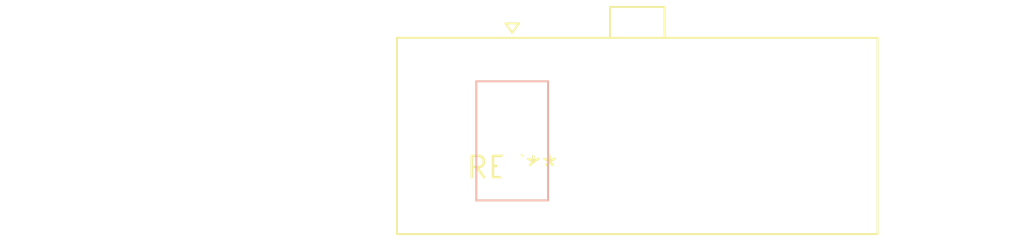
<source format=kicad_pcb>
(kicad_pcb (version 20240108) (generator pcbnew)
  (layers (0 "F.Cu" signal) (31 "B.Cu" signal) (34 "B.Paste" user) (35 "F.Paste" user) (36 "B.SilkS" user "B.Silkscreen") (37 "F.SilkS" user "F.Silkscreen") (38 "B.Mask" user) (39 "F.Mask" user) (44 "Edge.Cuts" user))
  (net 0 "")
  (footprint "Molex_Sabre_43160-2103_1x03_P7.49mm_Vertical_ThermalVias" (layer "F.Cu") (at 0 0)
    (property "Reference" "REF**")
    (property "Value" "Molex_Sabre_43160-2103_1x03_P7.49mm_Vertical_ThermalVias")
    (fp_line (start -2.15 -5.155) (end -2.15 1.975) (layer "B.SilkS") (stroke (width 0.12)))
    (fp_line (start -2.15 1.975) (end 2.15 1.975) (layer "B.SilkS") (stroke (width 0.12)))
    (fp_line (start 2.15 -5.155) (end -2.15 -5.155) (layer "B.SilkS") (stroke (width 0.12)))
    (fp_line (start 2.15 1.975) (end 2.15 -5.155) (layer "B.SilkS") (stroke (width 0.12)))
    (fp_line (start -6.9 -7.76) (end -6.9 3.99) (layer "F.SilkS") (stroke (width 0.12)))
    (fp_line (start -6.9 3.99) (end 21.88 3.99) (layer "F.SilkS") (stroke (width 0.12)))
    (fp_line (start -0.4 -8.625685) (end 0 -8.06) (layer "F.SilkS") (stroke (width 0.12)))
    (fp_line (start 0 -8.06) (end 0.4 -8.625685) (layer "F.SilkS") (stroke (width 0.12)))
    (fp_line (start 0.4 -8.625685) (end -0.4 -8.625685) (layer "F.SilkS") (stroke (width 0.12)))
    (fp_line (start 5.855 -9.61) (end 9.125 -9.61) (layer "F.SilkS") (stroke (width 0.12)))
    (fp_line (start 5.855 -7.76) (end 5.855 -9.61) (layer "F.SilkS") (stroke (width 0.12)))
    (fp_line (start 9.125 -9.61) (end 9.125 -7.76) (layer "F.SilkS") (stroke (width 0.12)))
    (fp_line (start 21.88 -7.76) (end -6.9 -7.76) (layer "F.SilkS") (stroke (width 0.12)))
    (fp_line (start 21.88 3.99) (end 21.88 -7.76) (layer "F.SilkS") (stroke (width 0.12)))
    (pad "" thru_hole circle (at -4.75 -3.43) (size 4 4) (drill 3) (layers *.Cu *.Mask) (remove_unused_layers))
    (pad "" thru_hole circle (at 19.73 -3.43) (size 4 4) (drill 3) (layers *.Cu *.Mask) (remove_unused_layers))
    (pad "1" thru_hole rect (at -1.44 -4.445) (size 0.6 0.6) (drill 0.3) (layers *.Cu *.Mask) (remove_unused_layers))
    (pad "1" thru_hole rect (at -1.44 -3.0175) (size 0.6 0.6) (drill 0.3) (layers *.Cu *.Mask) (remove_unused_layers))
    (pad "1" thru_hole rect (at -1.44 -1.59) (size 0.6 0.6) (drill 0.3) (layers *.Cu *.Mask) (remove_unused_layers))
    (pad "1" thru_hole rect (at -1.44 -0.1625) (size 0.6 0.6) (drill 0.3) (layers *.Cu *.Mask) (remove_unused_layers))
    (pad "1" thru_hole rect (at -1.44 1.265) (size 0.6 0.6) (drill 0.3) (layers *.Cu *.Mask) (remove_unused_layers))
    (pad "1" thru_hole rect (at 0 -4.445) (size 0.6 0.6) (drill 0.3) (layers *.Cu *.Mask) (remove_unused_layers))
    (pad "1" thru_hole rect (at 0 -3.18) (size 3.78 3.43) (drill 1.78) (layers *.Cu *.Mask) (remove_unused_layers))
    (pad "1" thru_hole rect (at 0 -1.59) (size 0.6 0.6) (drill 0.3) (layers *.Cu *.Mask) (remove_unused_layers))
    (pad "1" thru_hole rect (at 0 0) (size 3.78 3.43) (drill 1.78) (layers *.Cu *.Mask) (remove_unused_layers))
    (pad "1" thru_hole rect (at 0 1.265) (size 0.6 0.6) (drill 0.3) (layers *.Cu *.Mask) (remove_unused_layers))
    (pad "1" thru_hole rect (at 1.44 -4.445) (size 0.6 0.6) (drill 0.3) (layers *.Cu *.Mask) (remove_unused_layers))
    (pad "1" thru_hole rect (at 1.44 -3.0175) (size 0.6 0.6) (drill 0.3) (layers *.Cu *.Mask) (remove_unused_layers))
    (pad "1" thru_hole rect (at 1.44 -1.59) (size 0.6 0.6) (drill 0.3) (layers *.Cu *.Mask) (remove_unused_layers))
    (pad "1" thru_hole rect (at 1.44 -0.1625) (size 0.6 0.6) (drill 0.3) (layers *.Cu *.Mask) (remove_unused_layers))
    (pad "1" thru_hole rect (at 1.44 1.265) (size 0.6 0.6) (drill 0.3) (layers *.Cu *.Mask) (remove_unused_layers))
    (pad "2" thru_hole circle (at 6.05 -4.445) (size 0.6 0.6) (drill 0.3) (layers *.Cu *.Mask) (remove_unused_layers))
    (pad "2" thru_hole circle (at 6.05 -3.0175) (size 0.6 0.6) (drill 0.3) (layers *.Cu *.Mask) (remove_unused_layers))
    (pad "2" thru_hole circle (at 6.05 -1.59) (size 0.6 0.6) (drill 0.3) (layers *.Cu *.Mask) (remove_unused_layers))
    (pad "2" thru_hole circle (at 6.05 -0.1625) (size 0.6 0.6) (drill 0.3) (layers *.Cu *.Mask) (remove_unused_layers))
    (pad "2" thru_hole circle (at 6.05 1.265) (size 0.6 0.6) (drill 0.3) (layers *.Cu *.Mask) (remove_unused_layers))
    (pad "2" thru_hole circle (at 7.49 -4.445) (size 0.6 0.6) (drill 0.3) (layers *.Cu *.Mask) (remove_unused_layers))
    (pad "2" thru_hole rect (at 7.49 -3.18) (size 3.78 3.43) (drill 1.78) (layers *.Cu *.Mask) (remove_unused_layers))
    (pad "2" thru_hole circle (at 7.49 -1.59) (size 0.6 0.6) (drill 0.3) (layers *.Cu *.Mask) (remove_unused_layers))
    (pad "2" thru_hole rect (at 7.49 0) (size 3.78 3.43) (drill 1.78) (layers *.Cu *.Mask) (remove_unused_layers))
    (pad "2" thru_hole circle (at 7.49 1.265) (size 0.6 0.6) (drill 0.3) (layers *.Cu *.Mask) (remove_unused_layers))
    (pad "2" thru_hole circle (at 8.93 -4.445) (size 0.6 0.6) (drill 0.3) (layers *.Cu *.Mask) (remove_unused_layers))
    (pad "2" thru_hole circle (at 8.93 -3.0175) (size 0.6 0.6) (drill 0.3) (layers *.Cu *.Mask) (remove_unused_layers))
    (pad "2" thru_hole circle (at 8.93 -1.59) (size 0.6 0.6) (drill 0.3) (layers *.Cu *.Mask) (remove_unused_layers))
    (pad "2" thru_hole circle (at 8.93 -0.1625) (size 0.6 0.6) (drill 0.3) (layers *.Cu *.Mask) (remove_unused_layers))
    (pad "2" thru_hole circle (at 8.93 1.265) (size 0.6 0.6) (drill 0.3) (layers *.Cu *.Mask) (remove_unused_layers))
    (pad "3" thru_hole circle (at 13.54 -4.445) (size 0.6 0.6) (drill 0.3) (layers *.Cu *.Mask) (remove_unused_layers))
    (pad "3" thru_hole circle (at 13.54 -3.0175) (size 0.6 0.6) (drill 0.3) (layers *.Cu *.Mask) (remove_unused_layers))
    (pad "3" thru_hole circle (at 13.54 -1.59) (size 0.6 0.6) (drill 0.3) (layers *.Cu *.Mask) (remove_unused_layers))
    (pad "3" thru_hole circle (at 13.54 -0.1625) (size 0.6 0.6) (drill 0.3) (layers *.Cu *.Mask) (remove_unused_layers))
    (pad "3" thru_hole circle (at 13.54 1.265) (size 0.6 0.6) (drill 0.3) (layers *.Cu *.Mask) (remove_unused_layers))
    (pad "3" thru_hole circle (at 14.98 -4.445) (size 0.6 0.6) (drill 0.3) (layers *.Cu *.Mask) (remove_unused_layers))
    (pad "3" thru_hole rect (at 14.98 -3.18) (size 3.78 3.43) (drill 1.78) (layers *.Cu *.Mask) (remove_unused_layers))
    (pad "3" thru_hole circle (at 14.98 -1.59) (size 0.6 0.6) (drill 0.3) (layers *.Cu *.Mask) (remove_unused_layers))
    (pad "3" thru_hole rect (at 14.98 0) (size 3.78 3.43) (drill 1.78) (layers *.Cu *.Mask) (remove_unused_layers))
    (pad "3" thru_hole circle (at 14.98 1.265) (size 0.6 0.6) (drill 0.3) (layers *.Cu *.Mask) (remove_unused_layers))
    (pad "3" thru_hole circle (at 16.42 -4.445) (size 0.6 0.6) (drill 0.3) (layers *.Cu *.Mask) (remove_unused_layers))
    (pad "3" thru_hole circle (at 16.42 -3.0175) (size 0.6 0.6) (drill 0.3) (layers *.Cu *.Mask) (remove_unused_layers))
    (pad "3" thru_hole circle (at 16.42 -1.59) (size 0.6 0.6) (drill 0.3) (layers *.Cu *.Mask) (remove_unused_layers))
    (pad "3" thru_hole circle (at 16.42 -0.1625) (size 0.6 0.6) (drill 0.3) (layers *.Cu *.Mask) (remove_unused_layers))
    (pad "3" thru_hole circle (at 16.42 1.265) (size 0.6 0.6) (drill 0.3) (layers *.Cu *.Mask) (remove_unused_layers))
  )
)
</source>
